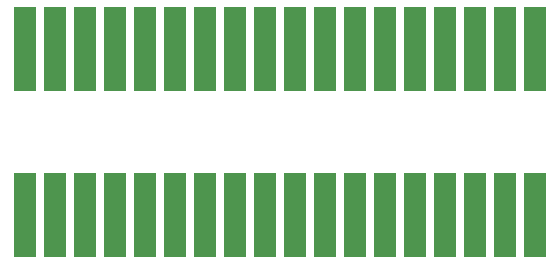
<source format=gbr>
G04 EAGLE Gerber RS-274X export*
G75*
%MOMM*%
%FSLAX34Y34*%
%LPD*%
%INSoldermask Bottom*%
%IPPOS*%
%AMOC8*
5,1,8,0,0,1.08239X$1,22.5*%
G01*
%ADD10R,1.981200X7.188200*%


D10*
X24130Y176530D03*
X49530Y176530D03*
X74930Y176530D03*
X100330Y176530D03*
X125730Y176530D03*
X151130Y176530D03*
X176530Y176530D03*
X201930Y176530D03*
X227330Y176530D03*
X252730Y176530D03*
X278130Y176530D03*
X303530Y176530D03*
X328930Y176530D03*
X354330Y176530D03*
X379730Y176530D03*
X405130Y176530D03*
X430530Y176530D03*
X455930Y176530D03*
X455930Y35560D03*
X430530Y35560D03*
X405130Y35560D03*
X379730Y35560D03*
X354330Y35560D03*
X328930Y35560D03*
X303530Y35560D03*
X278130Y35560D03*
X252730Y35560D03*
X227330Y35560D03*
X201930Y35560D03*
X176530Y35560D03*
X151130Y35560D03*
X125730Y35560D03*
X100330Y35560D03*
X74930Y35560D03*
X49530Y35560D03*
X24130Y35560D03*
M02*

</source>
